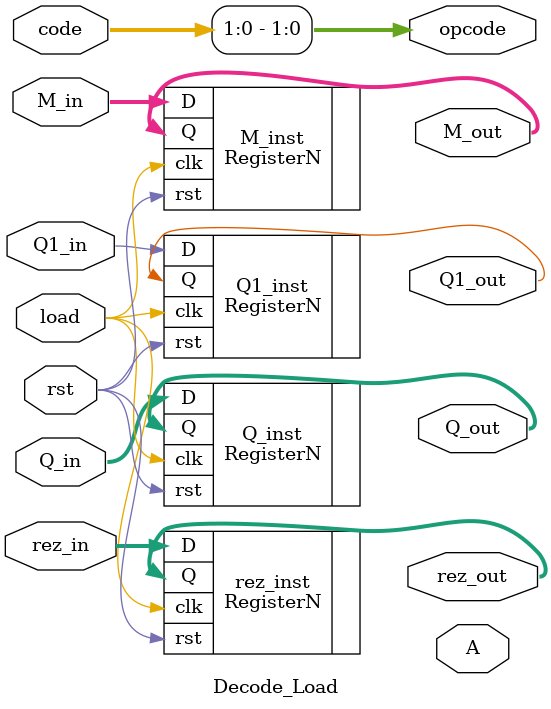
<source format=v>
`timescale 1ns / 1ps


module Decode_Load(
    input rst,
    input wire [17:0] code,
    input wire load,
    input wire Q1_in,
    input wire [7:0]Q_in,
    input wire [7:0]M_in,
    input wire [15:0]rez_in,
    output [1:0] opcode,
    output  [7:0] Q_out,
    output  [7:0] M_out,
    output  [15:0] rez_out,
    output reg [7:0] A,
    output Q1_out
    );
    
    
    assign opcode = code[1:0];
    
    
RegisterN #(
        .WIDTH(8)  
    ) Q_inst(
        .clk(load),
        .rst(rst),
        .D(Q_in),
        .Q(Q_out)
    );
    
    RegisterN #(
        .WIDTH(8)  
    ) M_inst(
        .clk(load),
        .rst(rst),
        .D(M_in),
        .Q(M_out)
    );
    
    RegisterN #(
        .WIDTH(16)  
    ) rez_inst(
        .clk(load),
        .rst(rst),
        .D(rez_in),
        .Q(rez_out)
    );
    
RegisterN #(
        .WIDTH(1)  
    ) Q1_inst(
        .clk(load),
        .rst(rst),
        .D(Q1_in),
        .Q(Q1_out)
    );

endmodule
</source>
